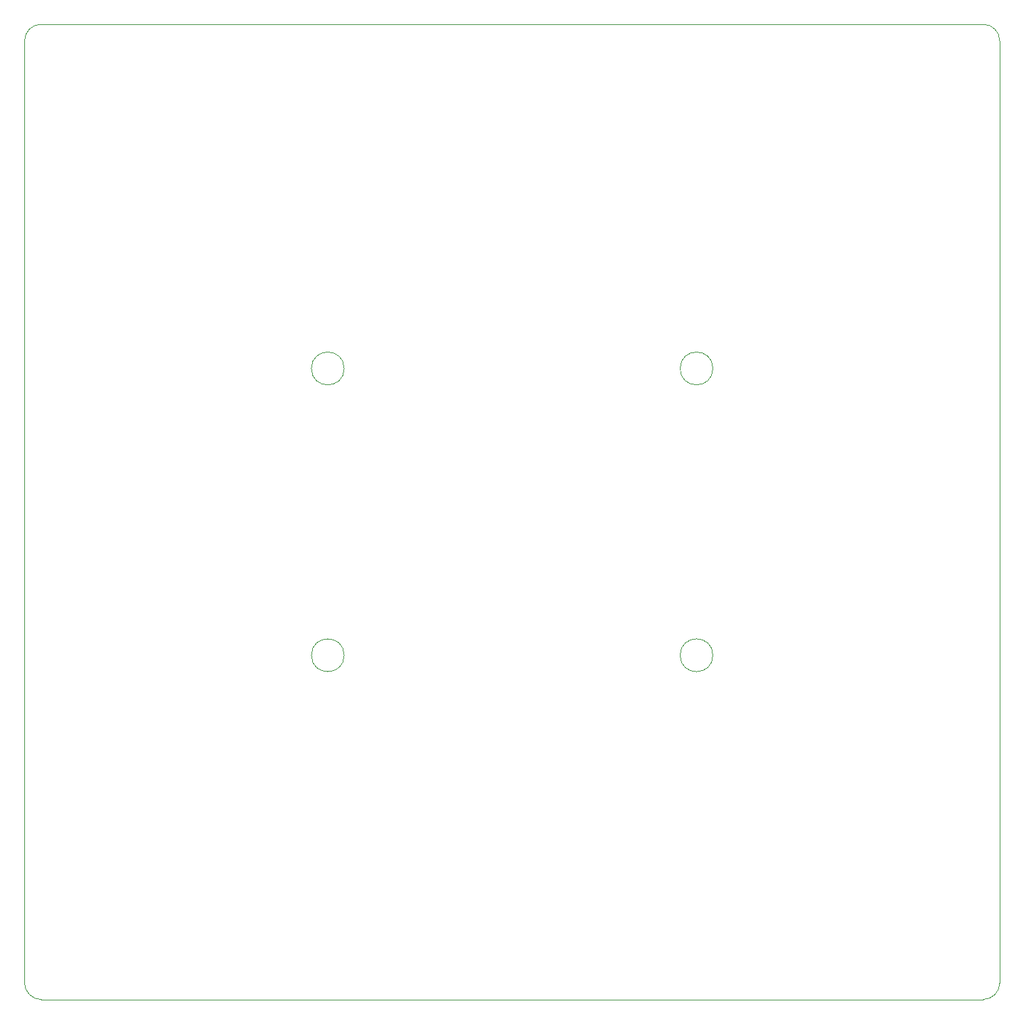
<source format=gbr>
%TF.GenerationSoftware,KiCad,Pcbnew,9.0.1*%
%TF.CreationDate,2025-09-29T15:26:36+08:00*%
%TF.ProjectId,custom_heater,63757374-6f6d-45f6-9865-617465722e6b,3*%
%TF.SameCoordinates,Original*%
%TF.FileFunction,Profile,NP*%
%FSLAX46Y46*%
G04 Gerber Fmt 4.6, Leading zero omitted, Abs format (unit mm)*
G04 Created by KiCad (PCBNEW 9.0.1) date 2025-09-29 15:26:36*
%MOMM*%
%LPD*%
G01*
G04 APERTURE LIST*
%TA.AperFunction,Profile*%
%ADD10C,0.050000*%
%TD*%
%TA.AperFunction,Profile*%
%ADD11C,0.100000*%
%TD*%
G04 APERTURE END LIST*
D10*
X212900000Y-157600000D02*
G75*
G02*
X210900000Y-159600000I-2000000J0D01*
G01*
X210900000Y-40600000D02*
G75*
G02*
X212900000Y-42600000I0J-2000000D01*
G01*
D11*
X132900000Y-82600000D02*
G75*
G02*
X128900000Y-82600000I-2000000J0D01*
G01*
X128900000Y-82600000D02*
G75*
G02*
X132900000Y-82600000I2000000J0D01*
G01*
D10*
X212900000Y-42600000D02*
X212900000Y-157600000D01*
X210900000Y-159600000D02*
X95900000Y-159600000D01*
X93900000Y-42600000D02*
G75*
G02*
X95900000Y-40600000I2000000J0D01*
G01*
D11*
X132900000Y-117600000D02*
G75*
G02*
X128900000Y-117600000I-2000000J0D01*
G01*
X128900000Y-117600000D02*
G75*
G02*
X132900000Y-117600000I2000000J0D01*
G01*
D10*
X95900000Y-40600000D02*
X210900000Y-40600000D01*
X93900000Y-157600000D02*
X93900000Y-42600000D01*
D11*
X177900000Y-117600000D02*
G75*
G02*
X173900000Y-117600000I-2000000J0D01*
G01*
X173900000Y-117600000D02*
G75*
G02*
X177900000Y-117600000I2000000J0D01*
G01*
D10*
X95900000Y-159600000D02*
G75*
G02*
X93900000Y-157600000I0J2000000D01*
G01*
D11*
X177900000Y-82600000D02*
G75*
G02*
X173900000Y-82600000I-2000000J0D01*
G01*
X173900000Y-82600000D02*
G75*
G02*
X177900000Y-82600000I2000000J0D01*
G01*
M02*

</source>
